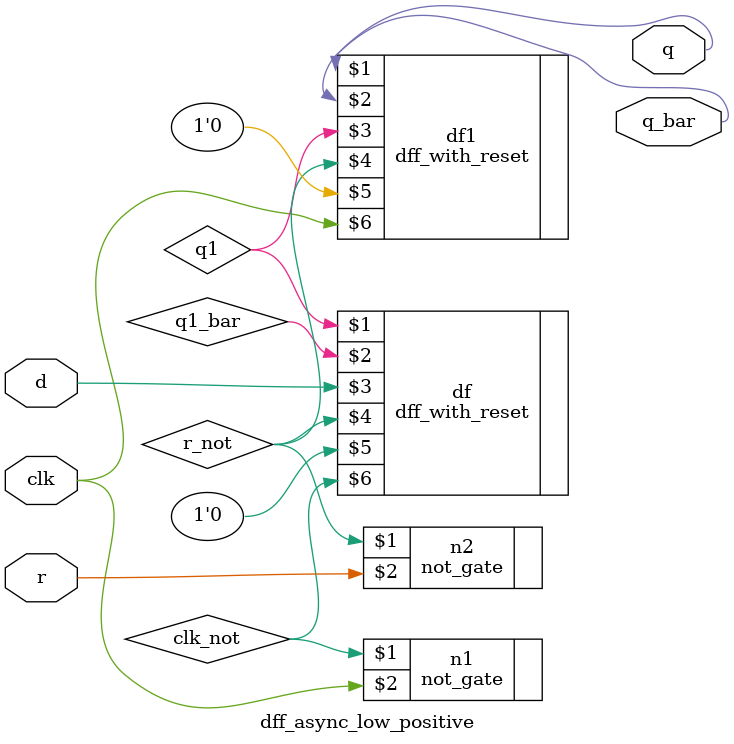
<source format=v>
module dff_async_low_positive(q, q_bar, d, r, clk);

    output q, q_bar;
    input d, r, clk;
    wire q1, q1_bar, r_not, clk_not;
    not_gate n1(clk_not, clk);
    not_gate n2(r_not, r);

    dff_with_reset df(q1, q1_bar, d, r_not, 1'b0, clk_not);
    dff_with_reset df1(q, q_bar, q1, r_not, 1'b0, clk);

endmodule

</source>
